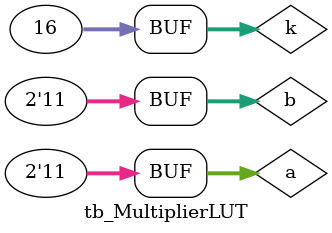
<source format=v>
`timescale 1ns / 1ps


module tb_MultiplierLUT;
    reg [1:0] a, b;
    wire [3:0] c; 
    
    MultiplierLUT test(.a(a), .b(b), .c(c));
    
    integer k;
    
    initial begin
        for (k = 0; k < 16; k = k + 1) begin
            {a, b} = k; 
            #10;
        end
    end
    
endmodule

</source>
